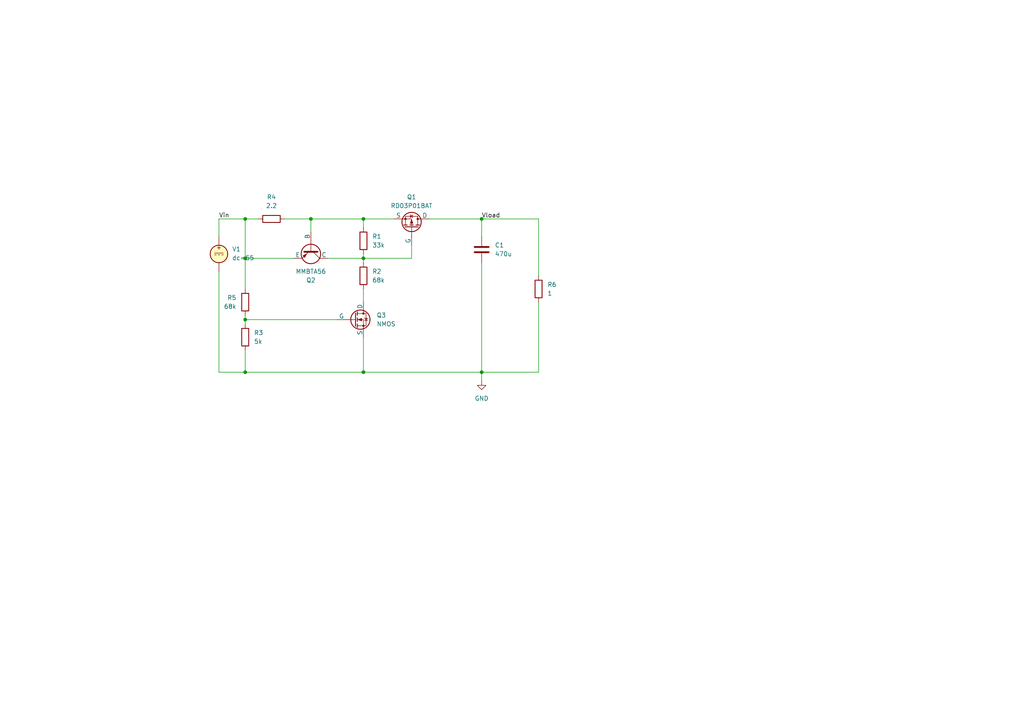
<source format=kicad_sch>
(kicad_sch (version 20231120) (generator "eeschema") (generator_version "8.0")
  (paper "A4")
  (lib_symbols
    (symbol "Device:C" (pin_numbers hide) (pin_names (offset 0.254))
      (property "Reference" "C" (at 0.635 2.54 0))
      (property "Value" "C" (at 0.635 -2.54 0))
      (symbol "C_0_1"
        (polyline (pts (xy -2.032 -0.762) (xy 2.032 -0.762)) (stroke (width 0.508)))
        (polyline (pts (xy -2.032 0.762) (xy 2.032 0.762)) (stroke (width 0.508)))
      )
      (symbol "C_1_1"
        (pin passive line (at 0 3.81 270) (length 2.794) (name "~") (number "1"))
        (pin passive line (at 0 -3.81 90) (length 2.794) (name "~") (number "2"))
      )
    )
    (symbol "Device:R" (pin_numbers hide) (pin_names (offset 0))
      (property "Reference" "R" (at 2.032 0 90))
      (property "Value" "R" (at 0 0 90))
      (symbol "R_0_1"
        (rectangle (start -1.016 -2.54) (end 1.016 2.54) (stroke (width 0.254)))
      )
      (symbol "R_1_1"
        (pin passive line (at 0 3.81 270) (length 1.27) (name "~") (number "1"))
        (pin passive line (at 0 -3.81 90) (length 1.27) (name "~") (number "2"))
      )
    )
    (symbol "Simulation_SPICE:NMOS" (pin_numbers hide) (pin_names (offset 0))
      (property "Reference" "Q" (at 5.08 1.27 0))
      (property "Value" "NMOS" (at 5.08 -1.27 0))
      (symbol "NMOS_0_1"
        (polyline (pts (xy 0.254 0) (xy -2.54 0)))
        (polyline (pts (xy 0.254 1.905) (xy 0.254 -1.905)) (stroke (width 0.254)))
        (polyline (pts (xy 0.762 -1.27) (xy 0.762 -2.286)) (stroke (width 0.254)))
        (polyline (pts (xy 0.762 0.508) (xy 0.762 -0.508)) (stroke (width 0.254)))
        (polyline (pts (xy 0.762 2.286) (xy 0.762 1.27)) (stroke (width 0.254)))
        (polyline (pts (xy 2.54 2.54) (xy 2.54 1.778)))
        (polyline (pts (xy 2.54 -2.54) (xy 2.54 0) (xy 0.762 0)))
        (polyline (pts (xy 0.762 -1.778) (xy 3.302 -1.778) (xy 3.302 1.778) (xy 0.762 1.778)))
        (polyline (pts (xy 1.016 0) (xy 2.032 0.381) (xy 2.032 -0.381) (xy 1.016 0)) (fill (type outline)))
        (polyline (pts (xy 2.794 0.508) (xy 2.921 0.381) (xy 3.683 0.381) (xy 3.81 0.254)))
        (polyline (pts (xy 3.302 0.381) (xy 2.921 -0.254) (xy 3.683 -0.254) (xy 3.302 0.381)))
        (circle (center 1.651 0) (radius 2.794) (stroke (width 0.254)))
        (circle (center 2.54 -1.778) (radius 0.254) (fill (type outline)))
        (circle (center 2.54 1.778) (radius 0.254) (fill (type outline)))
      )
      (symbol "NMOS_1_1"
        (pin passive line (at 2.54 5.08 270) (length 2.54) (name "D") (number "1"))
        (pin input line (at -5.08 0 0) (length 2.54) (name "G") (number "2"))
        (pin passive line (at 2.54 -5.08 90) (length 2.54) (name "S") (number "3"))
      )
    )
    (symbol "Simulation_SPICE:PMOS" (pin_numbers hide) (pin_names (offset 0))
      (property "Reference" "Q" (at 5.08 1.27 0))
      (property "Value" "PMOS" (at 5.08 -1.27 0))
      (symbol "PMOS_0_1"
        (polyline (pts (xy 0.254 0) (xy -2.54 0)))
        (polyline (pts (xy 0.254 1.905) (xy 0.254 -1.905)) (stroke (width 0.254)))
        (polyline (pts (xy 0.762 -1.27) (xy 0.762 -2.286)) (stroke (width 0.254)))
        (polyline (pts (xy 0.762 0.508) (xy 0.762 -0.508)) (stroke (width 0.254)))
        (polyline (pts (xy 0.762 2.286) (xy 0.762 1.27)) (stroke (width 0.254)))
        (polyline (pts (xy 2.54 2.54) (xy 2.54 1.778)))
        (polyline (pts (xy 2.54 -2.54) (xy 2.54 0) (xy 0.762 0)))
        (polyline (pts (xy 0.762 1.778) (xy 3.302 1.778) (xy 3.302 -1.778) (xy 0.762 -1.778)))
        (polyline (pts (xy 2.286 0) (xy 1.27 0.381) (xy 1.27 -0.381) (xy 2.286 0)) (fill (type outline)))
        (polyline (pts (xy 2.794 -0.508) (xy 2.921 -0.381) (xy 3.683 -0.381) (xy 3.81 -0.254)))
        (polyline (pts (xy 3.302 -0.381) (xy 2.921 0.254) (xy 3.683 0.254) (xy 3.302 -0.381)))
        (circle (center 1.651 0) (radius 2.794) (stroke (width 0.254)))
        (circle (center 2.54 -1.778) (radius 0.254) (fill (type outline)))
        (circle (center 2.54 1.778) (radius 0.254) (fill (type outline)))
      )
      (symbol "PMOS_1_1"
        (pin passive line (at 2.54 5.08 270) (length 2.54) (name "D") (number "1"))
        (pin input line (at -5.08 0 0) (length 2.54) (name "G") (number "2"))
        (pin passive line (at 2.54 -5.08 90) (length 2.54) (name "S") (number "3"))
      )
    )
    (symbol "Simulation_SPICE:PNP" (pin_numbers hide) (pin_names (offset 0))
      (property "Reference" "Q" (at -2.54 7.62 0))
      (property "Value" "PNP" (at -2.54 5.08 0))
      (symbol "PNP_0_1"
        (polyline (pts (xy -2.54 0) (xy 0.635 0)) (stroke (width 0.1524)))
        (polyline (pts (xy 0.635 0.635) (xy 2.54 2.54)))
        (polyline (pts (xy 0.635 -0.635) (xy 2.54 -2.54) (xy 2.54 -2.54)))
        (polyline (pts (xy 0.635 1.905) (xy 0.635 -1.905) (xy 0.635 -1.905)) (stroke (width 0.508)))
        (polyline (pts (xy 2.286 -1.778) (xy 1.778 -2.286) (xy 1.27 -1.27) (xy 2.286 -1.778) (xy 2.286 -1.778)) (fill (type outline)))
        (circle (center 1.27 0) (radius 2.8194) (stroke (width 0.254)))
      )
      (symbol "PNP_1_1"
        (pin open_collector line (at 2.54 5.08 270) (length 2.54) (name "C") (number "1"))
        (pin input line (at -5.08 0 0) (length 2.54) (name "B") (number "2"))
        (pin open_emitter line (at 2.54 -5.08 90) (length 2.54) (name "E") (number "3"))
      )
    )
    (symbol "Simulation_SPICE:VDC" (pin_numbers hide) (pin_names (offset 0.0254))
      (property "Reference" "V" (at 2.54 2.54 0))
      (property "Value" "1" (at 2.54 0 0))
      (symbol "VDC_0_0"
        (polyline (pts (xy -1.27 0.254) (xy 1.27 0.254)))
        (polyline (pts (xy -0.762 -0.254) (xy -1.27 -0.254)))
        (polyline (pts (xy 0.254 -0.254) (xy -0.254 -0.254)))
        (polyline (pts (xy 1.27 -0.254) (xy 0.762 -0.254)))
        (text "+" (at 0 1.905 0) (effects (font (size 1.27 1.27))))
      )
      (symbol "VDC_0_1"
        (circle (center 0 0) (radius 2.54) (stroke (width 0.254)) (fill (type background)))
      )
      (symbol "VDC_1_1"
        (pin passive line (at 0 5.08 270) (length 2.54) (name "~") (number "1"))
        (pin passive line (at 0 -5.08 90) (length 2.54) (name "~") (number "2"))
      )
    )
    (symbol "power:GND" (power) (pin_numbers hide) (pin_names (offset 0) hide)
      (property "Value" "GND" (at 0 -3.81 0))
      (symbol "GND_0_1"
        (polyline (pts (xy 0 0) (xy 0 -1.27) (xy 1.27 -1.27) (xy 0 -2.54) (xy -1.27 -1.27) (xy 0 -1.27)))
      )
      (symbol "GND_1_1"
        (pin power_in line (at 0 0 270) (length 0) (name "~") (number "1"))
      )
    )
  )
  (junction (at 105.41 63.5))
  (junction (at 71.12 92.71))
  (junction (at 139.7 107.95))
  (junction (at 71.12 74.93))
  (junction (at 71.12 63.5))
  (junction (at 90.17 63.5))
  (junction (at 139.7 63.5))
  (junction (at 71.12 107.95))
  (junction (at 105.41 74.93))
  (junction (at 105.41 107.95))
  (wire (pts (xy 139.7 107.95) (xy 156.21 107.95)))
  (wire (pts (xy 71.12 74.93) (xy 85.09 74.93)))
  (wire (pts (xy 71.12 63.5) (xy 74.93 63.5)))
  (wire (pts (xy 71.12 107.95) (xy 105.41 107.95)))
  (wire (pts (xy 105.41 63.5) (xy 114.3 63.5)))
  (wire (pts (xy 105.41 74.93) (xy 105.41 76.2)))
  (wire (pts (xy 139.7 63.5) (xy 139.7 68.58)))
  (wire (pts (xy 105.41 63.5) (xy 105.41 66.04)))
  (wire (pts (xy 105.41 107.95) (xy 105.41 97.79)))
  (wire (pts (xy 63.5 78.74) (xy 63.5 107.95)))
  (wire (pts (xy 71.12 74.93) (xy 71.12 83.82)))
  (wire (pts (xy 105.41 87.63) (xy 105.41 83.82)))
  (wire (pts (xy 95.25 74.93) (xy 105.41 74.93)))
  (wire (pts (xy 105.41 73.66) (xy 105.41 74.93)))
  (wire (pts (xy 71.12 63.5) (xy 71.12 74.93)))
  (wire (pts (xy 90.17 63.5) (xy 105.41 63.5)))
  (wire (pts (xy 90.17 63.5) (xy 90.17 67.31)))
  (wire (pts (xy 156.21 107.95) (xy 156.21 87.63)))
  (wire (pts (xy 105.41 107.95) (xy 139.7 107.95)))
  (wire (pts (xy 124.46 63.5) (xy 139.7 63.5)))
  (wire (pts (xy 71.12 92.71) (xy 71.12 91.44)))
  (wire (pts (xy 63.5 68.58) (xy 63.5 63.5)))
  (wire (pts (xy 139.7 107.95) (xy 139.7 110.49)))
  (wire (pts (xy 105.41 74.93) (xy 119.38 74.93)))
  (wire (pts (xy 139.7 63.5) (xy 156.21 63.5)))
  (wire (pts (xy 82.55 63.5) (xy 90.17 63.5)))
  (wire (pts (xy 71.12 101.6) (xy 71.12 107.95)))
  (wire (pts (xy 63.5 107.95) (xy 71.12 107.95)))
  (wire (pts (xy 119.38 74.93) (xy 119.38 71.12)))
  (wire (pts (xy 156.21 63.5) (xy 156.21 80.01)))
  (wire (pts (xy 63.5 63.5) (xy 71.12 63.5)))
  (wire (pts (xy 71.12 92.71) (xy 71.12 93.98)))
  (wire (pts (xy 139.7 76.2) (xy 139.7 107.95)))
  (wire (pts (xy 97.79 92.71) (xy 71.12 92.71)))
  (label "Vload" (at 139.7 63.5 0))
  (label "Vin" (at 63.5 63.5 0))
  (symbol (lib_id "Device:R") (at 71.12 87.63 0) (mirror x) (unit 1)
    (property "Reference" "R5" (at 68.58 86.3599 0) (effects (justify right)))
    (property "Value" "68k" (at 68.58 88.8999 0) (effects (justify right)))
    (property "Description" "Resistor" (effects (hide yes)))
  )
  (symbol (lib_id "Device:C") (at 139.7 72.39 0) (unit 1)
    (property "Reference" "C1" (at 143.51 71.1199 0) (effects (justify left)))
    (property "Value" "470u" (at 143.51 73.6599 0) (effects (justify left)))
    (property "Description" "Unpolarized capacitor" (effects (hide yes)))
    (property "Sim.Device" "C" (effects (hide yes)))
    (property "Sim.Pins" "1=+ 2=-" (effects (hide yes)))
  )
  (symbol (lib_id "power:GND") (at 139.7 110.49 0) (unit 1)
    (property "Reference" "#PWR01" (effects (hide yes)))
    (property "Value" "GND" (at 139.7 115.57 0))
    (property "Description" "Power symbol creates a global label with name \"GND\" , ground" (effects (hide yes)))
  )
  (symbol (lib_id "Device:R") (at 105.41 80.01 0) (unit 1)
    (property "Reference" "R2" (at 107.95 78.7399 0) (effects (justify left)))
    (property "Value" "68k" (at 107.95 81.2799 0) (effects (justify left)))
    (property "Description" "Resistor" (effects (hide yes)))
  )
  (symbol (lib_id "Device:R") (at 105.41 69.85 0) (unit 1)
    (property "Reference" "R1" (at 107.95 68.5799 0) (effects (justify left)))
    (property "Value" "33k" (at 107.95 71.1199 0) (effects (justify left)))
    (property "Description" "Resistor" (effects (hide yes)))
  )
  (symbol (lib_id "Simulation_SPICE:PNP") (at 90.17 72.39 270) (unit 1)
    (property "Reference" "Q2" (at 90.17 81.28 90))
    (property "Value" "MMBTA56" (at 90.17 78.74 90))
    (property "Datasheet" "https://ngspice.sourceforge.io/docs/ngspice-html-manual/manual.xhtml#cha_BJTs" (effects (hide yes)))
    (property "Description" "Bipolar transistor symbol for simulation only, substrate tied to the emitter" (effects (hide yes)))
    (property "Sim.Device" "PNP" (effects (hide yes)))
    (property "Sim.Type" "GUMMELPOON" (effects (hide yes)))
    (property "Sim.Pins" "1=C 2=B 3=E" (effects (hide yes)))
    (property "Sim.Library" "/home/atuleu/devel/github.com/formicidae-tracker/hardware/ecad/lib/MMBTA56.lib" (effects (hide yes)))
    (property "Sim.Name" "MMBTA56" (effects (hide yes)))
  )
  (symbol (lib_id "Device:R") (at 78.74 63.5 90) (unit 1)
    (property "Reference" "R4" (at 78.74 57.15 90))
    (property "Value" "2.2" (at 78.74 59.69 90))
    (property "Description" "Resistor" (effects (hide yes)))
  )
  (symbol (lib_id "Simulation_SPICE:VDC") (at 63.5 73.66 0) (unit 1)
    (property "Reference" "V1" (at 67.31 72.2601 0) (effects (justify left)))
    (property "Value" "${SIM.PARAMS}" (at 67.31 74.8001 0) (effects (justify left)))
    (property "Datasheet" "https://ngspice.sourceforge.io/docs/ngspice-html-manual/manual.xhtml#sec_Independent_Sources_for" (effects (hide yes)))
    (property "Description" "Voltage source, DC" (effects (hide yes)))
    (property "Sim.Pins" "1=+ 2=-" (effects (hide yes)))
    (property "Sim.Type" "DC" (effects (hide yes)))
    (property "Sim.Device" "V" (effects (hide yes)))
    (property "Sim.Params" "dc=55" (effects (hide yes)))
  )
  (symbol (lib_id "Device:R") (at 71.12 97.79 180) (unit 1)
    (property "Reference" "R3" (at 73.66 96.5199 0) (effects (justify right)))
    (property "Value" "5k" (at 73.66 99.0599 0) (effects (justify right)))
    (property "Description" "Resistor" (effects (hide yes)))
  )
  (symbol (lib_id "Device:R") (at 156.21 83.82 0) (unit 1)
    (property "Reference" "R6" (at 158.75 82.5499 0) (effects (justify left)))
    (property "Value" "1" (at 158.75 85.0899 0) (effects (justify left)))
    (property "Description" "Resistor" (effects (hide yes)))
  )
  (symbol (lib_id "Simulation_SPICE:NMOS") (at 102.87 92.71 0) (unit 1)
    (property "Reference" "Q3" (at 109.22 91.4399 0) (effects (justify left)))
    (property "Value" "NMOS" (at 109.22 93.9799 0) (effects (justify left)))
    (property "Datasheet" "https://ngspice.sourceforge.io/docs/ngspice-html-manual/manual.xhtml#cha_MOSFETs" (effects (hide yes)))
    (property "Description" "N-MOSFET transistor, drain/source/gate" (effects (hide yes)))
    (property "Sim.Device" "NMOS" (effects (hide yes)))
    (property "Sim.Type" "VDMOS" (effects (hide yes)))
    (property "Sim.Pins" "1=D 2=G 3=S" (effects (hide yes)))
  )
  (symbol (lib_id "Simulation_SPICE:PMOS") (at 119.38 66.04 270) (mirror x) (unit 1)
    (property "Reference" "Q1" (at 119.38 57.15 90))
    (property "Value" "RD03P01BAT" (at 119.38 59.69 90))
    (property "Datasheet" "https://ngspice.sourceforge.io/docs/ngspice-html-manual/manual.xhtml#cha_MOSFETs" (effects (hide yes)))
    (property "Description" "P-MOSFET transistor, drain/source/gate" (effects (hide yes)))
    (property "Sim.Device" "SUBCKT" (effects (hide yes)))
    (property "Sim.Pins" "1=1 2=2 3=3" (effects (hide yes)))
    (property "Sim.Library" "/home/atuleu/devel/github.com/formicidae-tracker/hardware/ecad/lib/rd3p01bat_SPICE.lib" (effects (hide yes)))
    (property "Sim.Name" "RD3P01BAT" (effects (hide yes)))
  )
)
</source>
